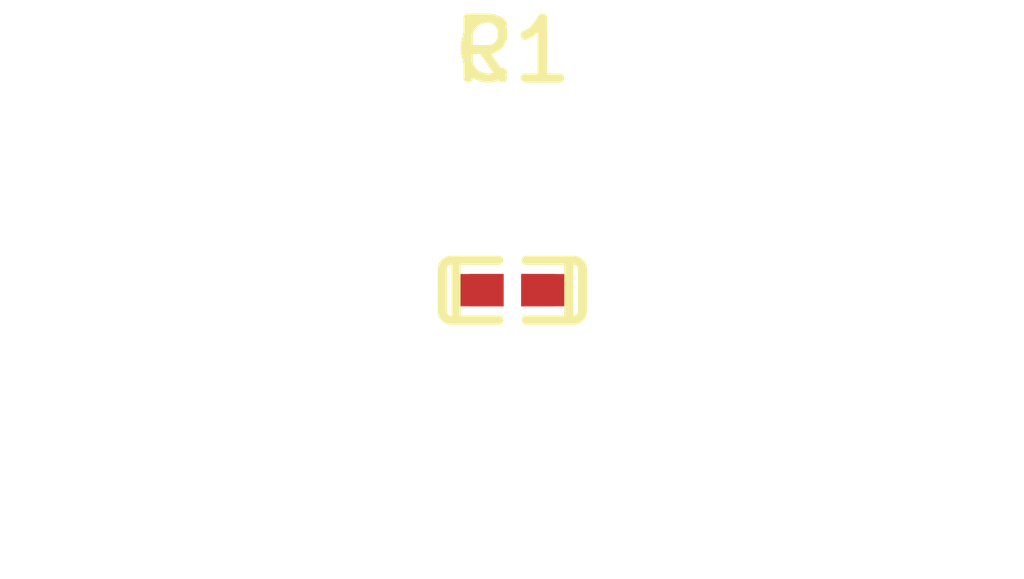
<source format=kicad_pcb>
(kicad_pcb (version 20240108) (generator "pcbnew") (generator_version "8.0")
  (layers (0 "F.Cu" signal) (31 "B.Cu" signal) (34 "B.Paste" user) (35 "F.Paste" user) (36 "B.SilkS" user "B.Silkscreen") (37 "F.SilkS" user "F.Silkscreen") (38 "B.Mask" user) (39 "F.Mask" user) (44 "Edge.Cuts" user))
  (net 0 "")
  (net 2 "net-1")
  (net 3 "net")
  (footprint "lcsc:R0402" (layer "F.Cu") (at 0 0 0)
    (property "Reference" "R1" (at 0 -4 0) (layer "F.SilkS") (hide no))
    (property "Value" "8.2kΩ ±1% 62.5mW")
    (fp_line (start -0.23 0.5) (end -0.94 0.5) (stroke (width 0.15)) (layer "F.SilkS"))
    (fp_line (start -0.94 0.5) (end -0.94 -0.5) (stroke (width 0.15)) (layer "F.SilkS"))
    (fp_line (start -0.94 -0.5) (end -0.23 -0.5) (stroke (width 0.15)) (layer "F.SilkS"))
    (fp_line (start 0.23 0.5) (end 0.94 0.5) (stroke (width 0.15)) (layer "F.SilkS"))
    (fp_line (start 0.94 0.5) (end 0.94 -0.5) (stroke (width 0.15)) (layer "F.SilkS"))
    (fp_line (start 0.94 -0.5) (end 0.23 -0.5) (stroke (width 0.15)) (layer "F.SilkS"))
    (fp_text user "${REFERENCE}" (at 0 -4 0) (layer "F.SilkS"))
    (pad "2" smd rect (at 0.43 0 0) (size 0.57 0.54) (layers "F.Cu" "F.Paste" "F.Mask") (net 2 "net-1"))
    (pad "1" smd rect (at -0.43 0 0) (size 0.57 0.54) (layers "F.Cu" "F.Paste" "F.Mask") (net 3 "net"))
  )
  (footprint "lcsc:C0402" (layer "F.Cu") (at 0 0 0)
    (property "Reference" "C1" (at 0 -4 0) (layer "F.SilkS") (hide no))
    (property "Value" "100nF ±10% 16V X7R")
    (fp_line (start 1.02 -0.5) (end 0.23 -0.5) (stroke (width 0.15)) (layer "F.SilkS"))
    (fp_line (start 0.23 0.5) (end 1.02 0.5) (stroke (width 0.15)) (layer "F.SilkS"))
    (fp_line (start 1.17 0.35) (end 1.17 -0.35) (stroke (width 0.15)) (layer "F.SilkS"))
    (fp_line (start -1.02 -0.5) (end -0.23 -0.5) (stroke (width 0.15)) (layer "F.SilkS"))
    (fp_line (start -0.23 0.5) (end -1.02 0.5) (stroke (width 0.15)) (layer "F.SilkS"))
    (fp_line (start -1.17 0.35) (end -1.17 -0.35) (stroke (width 0.15)) (layer "F.SilkS"))
    (fp_arc (start 1.17 0.35) (mid 1.1260660171779822 0.456066017177982) (end 1.02 0.4999999999999999) (stroke (width 0.15)) (layer "F.SilkS"))
    (fp_arc (start 1.02 -0.5) (mid 1.1260660171779822 -0.4560660171779821) (end 1.17 -0.35) (stroke (width 0.15)) (layer "F.SilkS"))
    (fp_arc (start -1.17 0.35) (mid -1.1260660171779822 0.456066017177982) (end -1.02 0.4999999999999999) (stroke (width 0.15)) (layer "F.SilkS"))
    (fp_arc (start -1.02 -0.5) (mid -1.1260660171779822 -0.4560660171779821) (end -1.17 -0.35) (stroke (width 0.15)) (layer "F.SilkS"))
    (fp_text user "${REFERENCE}" (at 0 -4 0) (layer "F.SilkS"))
    (pad "2" smd rect (at 0.55 0 0) (size 0.79 0.54) (layers "F.Cu" "F.Paste" "F.Mask") (net 2 "net-1"))
    (pad "1" smd rect (at -0.55 0 0) (size 0.79 0.54) (layers "F.Cu" "F.Paste" "F.Mask") (net 3 "net"))
  )
)
</source>
